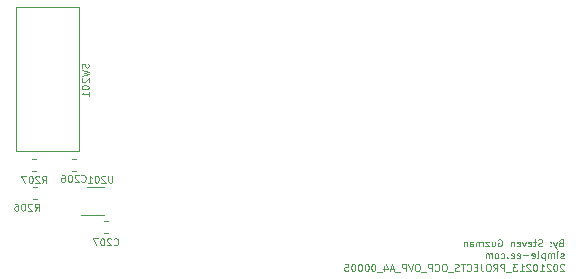
<source format=gbo>
%TF.GenerationSoftware,KiCad,Pcbnew,(5.1.8)-1*%
%TF.CreationDate,2021-02-13T14:21:56-08:00*%
%TF.ProjectId,20190720_Project_OCP-OVP-UVP,32303139-3037-4323-905f-50726f6a6563,A1*%
%TF.SameCoordinates,PX6ff61c0PY8823130*%
%TF.FileFunction,Legend,Bot*%
%TF.FilePolarity,Positive*%
%FSLAX46Y46*%
G04 Gerber Fmt 4.6, Leading zero omitted, Abs format (unit mm)*
G04 Created by KiCad (PCBNEW (5.1.8)-1) date 2021-02-13 14:21:56*
%MOMM*%
%LPD*%
G01*
G04 APERTURE LIST*
%ADD10C,0.100000*%
%ADD11C,0.120000*%
G04 APERTURE END LIST*
D10*
X49342142Y6542858D02*
X49256428Y6514286D01*
X49227857Y6485715D01*
X49199285Y6428572D01*
X49199285Y6342858D01*
X49227857Y6285715D01*
X49256428Y6257143D01*
X49313571Y6228572D01*
X49542142Y6228572D01*
X49542142Y6828572D01*
X49342142Y6828572D01*
X49285000Y6800000D01*
X49256428Y6771429D01*
X49227857Y6714286D01*
X49227857Y6657143D01*
X49256428Y6600000D01*
X49285000Y6571429D01*
X49342142Y6542858D01*
X49542142Y6542858D01*
X48999285Y6628572D02*
X48856428Y6228572D01*
X48713571Y6628572D02*
X48856428Y6228572D01*
X48913571Y6085715D01*
X48942142Y6057143D01*
X48999285Y6028572D01*
X48485000Y6285715D02*
X48456428Y6257143D01*
X48485000Y6228572D01*
X48513571Y6257143D01*
X48485000Y6285715D01*
X48485000Y6228572D01*
X48485000Y6600000D02*
X48456428Y6571429D01*
X48485000Y6542858D01*
X48513571Y6571429D01*
X48485000Y6600000D01*
X48485000Y6542858D01*
X47770714Y6257143D02*
X47685000Y6228572D01*
X47542142Y6228572D01*
X47485000Y6257143D01*
X47456428Y6285715D01*
X47427857Y6342858D01*
X47427857Y6400000D01*
X47456428Y6457143D01*
X47485000Y6485715D01*
X47542142Y6514286D01*
X47656428Y6542858D01*
X47713571Y6571429D01*
X47742142Y6600000D01*
X47770714Y6657143D01*
X47770714Y6714286D01*
X47742142Y6771429D01*
X47713571Y6800000D01*
X47656428Y6828572D01*
X47513571Y6828572D01*
X47427857Y6800000D01*
X47256428Y6628572D02*
X47027857Y6628572D01*
X47170714Y6828572D02*
X47170714Y6314286D01*
X47142142Y6257143D01*
X47085000Y6228572D01*
X47027857Y6228572D01*
X46599285Y6257143D02*
X46656428Y6228572D01*
X46770714Y6228572D01*
X46827857Y6257143D01*
X46856428Y6314286D01*
X46856428Y6542858D01*
X46827857Y6600000D01*
X46770714Y6628572D01*
X46656428Y6628572D01*
X46599285Y6600000D01*
X46570714Y6542858D01*
X46570714Y6485715D01*
X46856428Y6428572D01*
X46370714Y6628572D02*
X46227857Y6228572D01*
X46085000Y6628572D01*
X45627857Y6257143D02*
X45685000Y6228572D01*
X45799285Y6228572D01*
X45856428Y6257143D01*
X45885000Y6314286D01*
X45885000Y6542858D01*
X45856428Y6600000D01*
X45799285Y6628572D01*
X45685000Y6628572D01*
X45627857Y6600000D01*
X45599285Y6542858D01*
X45599285Y6485715D01*
X45885000Y6428572D01*
X45342142Y6628572D02*
X45342142Y6228572D01*
X45342142Y6571429D02*
X45313571Y6600000D01*
X45256428Y6628572D01*
X45170714Y6628572D01*
X45113571Y6600000D01*
X45085000Y6542858D01*
X45085000Y6228572D01*
X44027857Y6800000D02*
X44085000Y6828572D01*
X44170714Y6828572D01*
X44256428Y6800000D01*
X44313571Y6742858D01*
X44342142Y6685715D01*
X44370714Y6571429D01*
X44370714Y6485715D01*
X44342142Y6371429D01*
X44313571Y6314286D01*
X44256428Y6257143D01*
X44170714Y6228572D01*
X44113571Y6228572D01*
X44027857Y6257143D01*
X43999285Y6285715D01*
X43999285Y6485715D01*
X44113571Y6485715D01*
X43485000Y6628572D02*
X43485000Y6228572D01*
X43742142Y6628572D02*
X43742142Y6314286D01*
X43713571Y6257143D01*
X43656428Y6228572D01*
X43570714Y6228572D01*
X43513571Y6257143D01*
X43485000Y6285715D01*
X43256428Y6628572D02*
X42942142Y6628572D01*
X43256428Y6228572D01*
X42942142Y6228572D01*
X42713571Y6228572D02*
X42713571Y6628572D01*
X42713571Y6571429D02*
X42685000Y6600000D01*
X42627857Y6628572D01*
X42542142Y6628572D01*
X42485000Y6600000D01*
X42456428Y6542858D01*
X42456428Y6228572D01*
X42456428Y6542858D02*
X42427857Y6600000D01*
X42370714Y6628572D01*
X42285000Y6628572D01*
X42227857Y6600000D01*
X42199285Y6542858D01*
X42199285Y6228572D01*
X41656428Y6228572D02*
X41656428Y6542858D01*
X41685000Y6600000D01*
X41742142Y6628572D01*
X41856428Y6628572D01*
X41913571Y6600000D01*
X41656428Y6257143D02*
X41713571Y6228572D01*
X41856428Y6228572D01*
X41913571Y6257143D01*
X41942142Y6314286D01*
X41942142Y6371429D01*
X41913571Y6428572D01*
X41856428Y6457143D01*
X41713571Y6457143D01*
X41656428Y6485715D01*
X41370714Y6628572D02*
X41370714Y6228572D01*
X41370714Y6571429D02*
X41342142Y6600000D01*
X41285000Y6628572D01*
X41199285Y6628572D01*
X41142142Y6600000D01*
X41113571Y6542858D01*
X41113571Y6228572D01*
X49570714Y5257143D02*
X49513571Y5228572D01*
X49399285Y5228572D01*
X49342142Y5257143D01*
X49313571Y5314286D01*
X49313571Y5342858D01*
X49342142Y5400000D01*
X49399285Y5428572D01*
X49485000Y5428572D01*
X49542142Y5457143D01*
X49570714Y5514286D01*
X49570714Y5542858D01*
X49542142Y5600000D01*
X49485000Y5628572D01*
X49399285Y5628572D01*
X49342142Y5600000D01*
X49056428Y5228572D02*
X49056428Y5628572D01*
X49056428Y5828572D02*
X49085000Y5800000D01*
X49056428Y5771429D01*
X49027857Y5800000D01*
X49056428Y5828572D01*
X49056428Y5771429D01*
X48770714Y5228572D02*
X48770714Y5628572D01*
X48770714Y5571429D02*
X48742142Y5600000D01*
X48685000Y5628572D01*
X48599285Y5628572D01*
X48542142Y5600000D01*
X48513571Y5542858D01*
X48513571Y5228572D01*
X48513571Y5542858D02*
X48485000Y5600000D01*
X48427857Y5628572D01*
X48342142Y5628572D01*
X48285000Y5600000D01*
X48256428Y5542858D01*
X48256428Y5228572D01*
X47970714Y5628572D02*
X47970714Y5028572D01*
X47970714Y5600000D02*
X47913571Y5628572D01*
X47799285Y5628572D01*
X47742142Y5600000D01*
X47713571Y5571429D01*
X47685000Y5514286D01*
X47685000Y5342858D01*
X47713571Y5285715D01*
X47742142Y5257143D01*
X47799285Y5228572D01*
X47913571Y5228572D01*
X47970714Y5257143D01*
X47342142Y5228572D02*
X47399285Y5257143D01*
X47427857Y5314286D01*
X47427857Y5828572D01*
X46885000Y5257143D02*
X46942142Y5228572D01*
X47056428Y5228572D01*
X47113571Y5257143D01*
X47142142Y5314286D01*
X47142142Y5542858D01*
X47113571Y5600000D01*
X47056428Y5628572D01*
X46942142Y5628572D01*
X46885000Y5600000D01*
X46856428Y5542858D01*
X46856428Y5485715D01*
X47142142Y5428572D01*
X46599285Y5457143D02*
X46142142Y5457143D01*
X45627857Y5257143D02*
X45685000Y5228572D01*
X45799285Y5228572D01*
X45856428Y5257143D01*
X45885000Y5314286D01*
X45885000Y5542858D01*
X45856428Y5600000D01*
X45799285Y5628572D01*
X45685000Y5628572D01*
X45627857Y5600000D01*
X45599285Y5542858D01*
X45599285Y5485715D01*
X45885000Y5428572D01*
X45113571Y5257143D02*
X45170714Y5228572D01*
X45285000Y5228572D01*
X45342142Y5257143D01*
X45370714Y5314286D01*
X45370714Y5542858D01*
X45342142Y5600000D01*
X45285000Y5628572D01*
X45170714Y5628572D01*
X45113571Y5600000D01*
X45085000Y5542858D01*
X45085000Y5485715D01*
X45370714Y5428572D01*
X44827857Y5285715D02*
X44799285Y5257143D01*
X44827857Y5228572D01*
X44856428Y5257143D01*
X44827857Y5285715D01*
X44827857Y5228572D01*
X44285000Y5257143D02*
X44342142Y5228572D01*
X44456428Y5228572D01*
X44513571Y5257143D01*
X44542142Y5285715D01*
X44570714Y5342858D01*
X44570714Y5514286D01*
X44542142Y5571429D01*
X44513571Y5600000D01*
X44456428Y5628572D01*
X44342142Y5628572D01*
X44285000Y5600000D01*
X43942142Y5228572D02*
X43999285Y5257143D01*
X44027857Y5285715D01*
X44056428Y5342858D01*
X44056428Y5514286D01*
X44027857Y5571429D01*
X43999285Y5600000D01*
X43942142Y5628572D01*
X43856428Y5628572D01*
X43799285Y5600000D01*
X43770714Y5571429D01*
X43742142Y5514286D01*
X43742142Y5342858D01*
X43770714Y5285715D01*
X43799285Y5257143D01*
X43856428Y5228572D01*
X43942142Y5228572D01*
X43485000Y5228572D02*
X43485000Y5628572D01*
X43485000Y5571429D02*
X43456428Y5600000D01*
X43399285Y5628572D01*
X43313571Y5628572D01*
X43256428Y5600000D01*
X43227857Y5542858D01*
X43227857Y5228572D01*
X43227857Y5542858D02*
X43199285Y5600000D01*
X43142142Y5628572D01*
X43056428Y5628572D01*
X42999285Y5600000D01*
X42970714Y5542858D01*
X42970714Y5228572D01*
X49620714Y4671429D02*
X49592142Y4700000D01*
X49535000Y4728572D01*
X49392142Y4728572D01*
X49335000Y4700000D01*
X49306428Y4671429D01*
X49277857Y4614286D01*
X49277857Y4557143D01*
X49306428Y4471429D01*
X49649285Y4128572D01*
X49277857Y4128572D01*
X48906428Y4728572D02*
X48849285Y4728572D01*
X48792142Y4700000D01*
X48763571Y4671429D01*
X48735000Y4614286D01*
X48706428Y4500000D01*
X48706428Y4357143D01*
X48735000Y4242858D01*
X48763571Y4185715D01*
X48792142Y4157143D01*
X48849285Y4128572D01*
X48906428Y4128572D01*
X48963571Y4157143D01*
X48992142Y4185715D01*
X49020714Y4242858D01*
X49049285Y4357143D01*
X49049285Y4500000D01*
X49020714Y4614286D01*
X48992142Y4671429D01*
X48963571Y4700000D01*
X48906428Y4728572D01*
X48477857Y4671429D02*
X48449285Y4700000D01*
X48392142Y4728572D01*
X48249285Y4728572D01*
X48192142Y4700000D01*
X48163571Y4671429D01*
X48135000Y4614286D01*
X48135000Y4557143D01*
X48163571Y4471429D01*
X48506428Y4128572D01*
X48135000Y4128572D01*
X47563571Y4128572D02*
X47906428Y4128572D01*
X47735000Y4128572D02*
X47735000Y4728572D01*
X47792142Y4642858D01*
X47849285Y4585715D01*
X47906428Y4557143D01*
X47192142Y4728572D02*
X47135000Y4728572D01*
X47077857Y4700000D01*
X47049285Y4671429D01*
X47020714Y4614286D01*
X46992142Y4500000D01*
X46992142Y4357143D01*
X47020714Y4242858D01*
X47049285Y4185715D01*
X47077857Y4157143D01*
X47135000Y4128572D01*
X47192142Y4128572D01*
X47249285Y4157143D01*
X47277857Y4185715D01*
X47306428Y4242858D01*
X47335000Y4357143D01*
X47335000Y4500000D01*
X47306428Y4614286D01*
X47277857Y4671429D01*
X47249285Y4700000D01*
X47192142Y4728572D01*
X46763571Y4671429D02*
X46735000Y4700000D01*
X46677857Y4728572D01*
X46535000Y4728572D01*
X46477857Y4700000D01*
X46449285Y4671429D01*
X46420714Y4614286D01*
X46420714Y4557143D01*
X46449285Y4471429D01*
X46792142Y4128572D01*
X46420714Y4128572D01*
X45849285Y4128572D02*
X46192142Y4128572D01*
X46020714Y4128572D02*
X46020714Y4728572D01*
X46077857Y4642858D01*
X46135000Y4585715D01*
X46192142Y4557143D01*
X45649285Y4728572D02*
X45277857Y4728572D01*
X45477857Y4500000D01*
X45392142Y4500000D01*
X45335000Y4471429D01*
X45306428Y4442858D01*
X45277857Y4385715D01*
X45277857Y4242858D01*
X45306428Y4185715D01*
X45335000Y4157143D01*
X45392142Y4128572D01*
X45563571Y4128572D01*
X45620714Y4157143D01*
X45649285Y4185715D01*
X45163571Y4071429D02*
X44706428Y4071429D01*
X44563571Y4128572D02*
X44563571Y4728572D01*
X44335000Y4728572D01*
X44277857Y4700000D01*
X44249285Y4671429D01*
X44220714Y4614286D01*
X44220714Y4528572D01*
X44249285Y4471429D01*
X44277857Y4442858D01*
X44335000Y4414286D01*
X44563571Y4414286D01*
X43620714Y4128572D02*
X43820714Y4414286D01*
X43963571Y4128572D02*
X43963571Y4728572D01*
X43735000Y4728572D01*
X43677857Y4700000D01*
X43649285Y4671429D01*
X43620714Y4614286D01*
X43620714Y4528572D01*
X43649285Y4471429D01*
X43677857Y4442858D01*
X43735000Y4414286D01*
X43963571Y4414286D01*
X43249285Y4728572D02*
X43135000Y4728572D01*
X43077857Y4700000D01*
X43020714Y4642858D01*
X42992142Y4528572D01*
X42992142Y4328572D01*
X43020714Y4214286D01*
X43077857Y4157143D01*
X43135000Y4128572D01*
X43249285Y4128572D01*
X43306428Y4157143D01*
X43363571Y4214286D01*
X43392142Y4328572D01*
X43392142Y4528572D01*
X43363571Y4642858D01*
X43306428Y4700000D01*
X43249285Y4728572D01*
X42563571Y4728572D02*
X42563571Y4300000D01*
X42592142Y4214286D01*
X42649285Y4157143D01*
X42735000Y4128572D01*
X42792142Y4128572D01*
X42277857Y4442858D02*
X42077857Y4442858D01*
X41992142Y4128572D02*
X42277857Y4128572D01*
X42277857Y4728572D01*
X41992142Y4728572D01*
X41392142Y4185715D02*
X41420714Y4157143D01*
X41506428Y4128572D01*
X41563571Y4128572D01*
X41649285Y4157143D01*
X41706428Y4214286D01*
X41735000Y4271429D01*
X41763571Y4385715D01*
X41763571Y4471429D01*
X41735000Y4585715D01*
X41706428Y4642858D01*
X41649285Y4700000D01*
X41563571Y4728572D01*
X41506428Y4728572D01*
X41420714Y4700000D01*
X41392142Y4671429D01*
X41220714Y4728572D02*
X40877857Y4728572D01*
X41049285Y4128572D02*
X41049285Y4728572D01*
X40706428Y4157143D02*
X40620714Y4128572D01*
X40477857Y4128572D01*
X40420714Y4157143D01*
X40392142Y4185715D01*
X40363571Y4242858D01*
X40363571Y4300000D01*
X40392142Y4357143D01*
X40420714Y4385715D01*
X40477857Y4414286D01*
X40592142Y4442858D01*
X40649285Y4471429D01*
X40677857Y4500000D01*
X40706428Y4557143D01*
X40706428Y4614286D01*
X40677857Y4671429D01*
X40649285Y4700000D01*
X40592142Y4728572D01*
X40449285Y4728572D01*
X40363571Y4700000D01*
X40249285Y4071429D02*
X39792142Y4071429D01*
X39535000Y4728572D02*
X39420714Y4728572D01*
X39363571Y4700000D01*
X39306428Y4642858D01*
X39277857Y4528572D01*
X39277857Y4328572D01*
X39306428Y4214286D01*
X39363571Y4157143D01*
X39420714Y4128572D01*
X39535000Y4128572D01*
X39592142Y4157143D01*
X39649285Y4214286D01*
X39677857Y4328572D01*
X39677857Y4528572D01*
X39649285Y4642858D01*
X39592142Y4700000D01*
X39535000Y4728572D01*
X38677857Y4185715D02*
X38706428Y4157143D01*
X38792142Y4128572D01*
X38849285Y4128572D01*
X38935000Y4157143D01*
X38992142Y4214286D01*
X39020714Y4271429D01*
X39049285Y4385715D01*
X39049285Y4471429D01*
X39020714Y4585715D01*
X38992142Y4642858D01*
X38935000Y4700000D01*
X38849285Y4728572D01*
X38792142Y4728572D01*
X38706428Y4700000D01*
X38677857Y4671429D01*
X38420714Y4128572D02*
X38420714Y4728572D01*
X38192142Y4728572D01*
X38135000Y4700000D01*
X38106428Y4671429D01*
X38077857Y4614286D01*
X38077857Y4528572D01*
X38106428Y4471429D01*
X38135000Y4442858D01*
X38192142Y4414286D01*
X38420714Y4414286D01*
X37963571Y4071429D02*
X37506428Y4071429D01*
X37249285Y4728572D02*
X37135000Y4728572D01*
X37077857Y4700000D01*
X37020714Y4642858D01*
X36992142Y4528572D01*
X36992142Y4328572D01*
X37020714Y4214286D01*
X37077857Y4157143D01*
X37135000Y4128572D01*
X37249285Y4128572D01*
X37306428Y4157143D01*
X37363571Y4214286D01*
X37392142Y4328572D01*
X37392142Y4528572D01*
X37363571Y4642858D01*
X37306428Y4700000D01*
X37249285Y4728572D01*
X36820714Y4728572D02*
X36620714Y4128572D01*
X36420714Y4728572D01*
X36220714Y4128572D02*
X36220714Y4728572D01*
X35992142Y4728572D01*
X35935000Y4700000D01*
X35906428Y4671429D01*
X35877857Y4614286D01*
X35877857Y4528572D01*
X35906428Y4471429D01*
X35935000Y4442858D01*
X35992142Y4414286D01*
X36220714Y4414286D01*
X35763571Y4071429D02*
X35306428Y4071429D01*
X35192142Y4300000D02*
X34906428Y4300000D01*
X35249285Y4128572D02*
X35049285Y4728572D01*
X34849285Y4128572D01*
X34392142Y4528572D02*
X34392142Y4128572D01*
X34535000Y4757143D02*
X34677857Y4328572D01*
X34306428Y4328572D01*
X34220714Y4071429D02*
X33763571Y4071429D01*
X33506428Y4728572D02*
X33449285Y4728572D01*
X33392142Y4700000D01*
X33363571Y4671429D01*
X33335000Y4614286D01*
X33306428Y4500000D01*
X33306428Y4357143D01*
X33335000Y4242858D01*
X33363571Y4185715D01*
X33392142Y4157143D01*
X33449285Y4128572D01*
X33506428Y4128572D01*
X33563571Y4157143D01*
X33592142Y4185715D01*
X33620714Y4242858D01*
X33649285Y4357143D01*
X33649285Y4500000D01*
X33620714Y4614286D01*
X33592142Y4671429D01*
X33563571Y4700000D01*
X33506428Y4728572D01*
X32935000Y4728572D02*
X32877857Y4728572D01*
X32820714Y4700000D01*
X32792142Y4671429D01*
X32763571Y4614286D01*
X32735000Y4500000D01*
X32735000Y4357143D01*
X32763571Y4242858D01*
X32792142Y4185715D01*
X32820714Y4157143D01*
X32877857Y4128572D01*
X32935000Y4128572D01*
X32992142Y4157143D01*
X33020714Y4185715D01*
X33049285Y4242858D01*
X33077857Y4357143D01*
X33077857Y4500000D01*
X33049285Y4614286D01*
X33020714Y4671429D01*
X32992142Y4700000D01*
X32935000Y4728572D01*
X32363571Y4728572D02*
X32306428Y4728572D01*
X32249285Y4700000D01*
X32220714Y4671429D01*
X32192142Y4614286D01*
X32163571Y4500000D01*
X32163571Y4357143D01*
X32192142Y4242858D01*
X32220714Y4185715D01*
X32249285Y4157143D01*
X32306428Y4128572D01*
X32363571Y4128572D01*
X32420714Y4157143D01*
X32449285Y4185715D01*
X32477857Y4242858D01*
X32506428Y4357143D01*
X32506428Y4500000D01*
X32477857Y4614286D01*
X32449285Y4671429D01*
X32420714Y4700000D01*
X32363571Y4728572D01*
X31792142Y4728572D02*
X31735000Y4728572D01*
X31677857Y4700000D01*
X31649285Y4671429D01*
X31620714Y4614286D01*
X31592142Y4500000D01*
X31592142Y4357143D01*
X31620714Y4242858D01*
X31649285Y4185715D01*
X31677857Y4157143D01*
X31735000Y4128572D01*
X31792142Y4128572D01*
X31849285Y4157143D01*
X31877857Y4185715D01*
X31906428Y4242858D01*
X31935000Y4357143D01*
X31935000Y4500000D01*
X31906428Y4614286D01*
X31877857Y4671429D01*
X31849285Y4700000D01*
X31792142Y4728572D01*
X31049285Y4728572D02*
X31335000Y4728572D01*
X31363571Y4442858D01*
X31335000Y4471429D01*
X31277857Y4500000D01*
X31135000Y4500000D01*
X31077857Y4471429D01*
X31049285Y4442858D01*
X31020714Y4385715D01*
X31020714Y4242858D01*
X31049285Y4185715D01*
X31077857Y4157143D01*
X31135000Y4128572D01*
X31277857Y4128572D01*
X31335000Y4157143D01*
X31363571Y4185715D01*
D11*
X8271267Y12615000D02*
X7928733Y12615000D01*
X8271267Y13635000D02*
X7928733Y13635000D01*
X10653733Y7315000D02*
X10996267Y7315000D01*
X10653733Y8335000D02*
X10996267Y8335000D01*
X4971267Y11210000D02*
X4628733Y11210000D01*
X4971267Y10190000D02*
X4628733Y10190000D01*
X4921267Y12615000D02*
X4578733Y12615000D01*
X4921267Y13635000D02*
X4578733Y13635000D01*
X8575000Y14300000D02*
X3175000Y14300000D01*
X3175000Y14300000D02*
X3175000Y16400000D01*
X3175000Y16400000D02*
X3175000Y26500000D01*
X3175000Y26500000D02*
X8575000Y26500000D01*
X8575000Y26500000D02*
X8575000Y14300000D01*
X9225000Y11210000D02*
X10625000Y11210000D01*
X10625000Y8890000D02*
X8725000Y8890000D01*
D10*
X8746428Y11735715D02*
X8775000Y11707143D01*
X8860714Y11678572D01*
X8917857Y11678572D01*
X9003571Y11707143D01*
X9060714Y11764286D01*
X9089285Y11821429D01*
X9117857Y11935715D01*
X9117857Y12021429D01*
X9089285Y12135715D01*
X9060714Y12192858D01*
X9003571Y12250000D01*
X8917857Y12278572D01*
X8860714Y12278572D01*
X8775000Y12250000D01*
X8746428Y12221429D01*
X8517857Y12221429D02*
X8489285Y12250000D01*
X8432142Y12278572D01*
X8289285Y12278572D01*
X8232142Y12250000D01*
X8203571Y12221429D01*
X8175000Y12164286D01*
X8175000Y12107143D01*
X8203571Y12021429D01*
X8546428Y11678572D01*
X8175000Y11678572D01*
X7803571Y12278572D02*
X7746428Y12278572D01*
X7689285Y12250000D01*
X7660714Y12221429D01*
X7632142Y12164286D01*
X7603571Y12050000D01*
X7603571Y11907143D01*
X7632142Y11792858D01*
X7660714Y11735715D01*
X7689285Y11707143D01*
X7746428Y11678572D01*
X7803571Y11678572D01*
X7860714Y11707143D01*
X7889285Y11735715D01*
X7917857Y11792858D01*
X7946428Y11907143D01*
X7946428Y12050000D01*
X7917857Y12164286D01*
X7889285Y12221429D01*
X7860714Y12250000D01*
X7803571Y12278572D01*
X7089285Y12278572D02*
X7203571Y12278572D01*
X7260714Y12250000D01*
X7289285Y12221429D01*
X7346428Y12135715D01*
X7375000Y12021429D01*
X7375000Y11792858D01*
X7346428Y11735715D01*
X7317857Y11707143D01*
X7260714Y11678572D01*
X7146428Y11678572D01*
X7089285Y11707143D01*
X7060714Y11735715D01*
X7032142Y11792858D01*
X7032142Y11935715D01*
X7060714Y11992858D01*
X7089285Y12021429D01*
X7146428Y12050000D01*
X7260714Y12050000D01*
X7317857Y12021429D01*
X7346428Y11992858D01*
X7375000Y11935715D01*
X11496428Y6360715D02*
X11525000Y6332143D01*
X11610714Y6303572D01*
X11667857Y6303572D01*
X11753571Y6332143D01*
X11810714Y6389286D01*
X11839285Y6446429D01*
X11867857Y6560715D01*
X11867857Y6646429D01*
X11839285Y6760715D01*
X11810714Y6817858D01*
X11753571Y6875000D01*
X11667857Y6903572D01*
X11610714Y6903572D01*
X11525000Y6875000D01*
X11496428Y6846429D01*
X11267857Y6846429D02*
X11239285Y6875000D01*
X11182142Y6903572D01*
X11039285Y6903572D01*
X10982142Y6875000D01*
X10953571Y6846429D01*
X10925000Y6789286D01*
X10925000Y6732143D01*
X10953571Y6646429D01*
X11296428Y6303572D01*
X10925000Y6303572D01*
X10553571Y6903572D02*
X10496428Y6903572D01*
X10439285Y6875000D01*
X10410714Y6846429D01*
X10382142Y6789286D01*
X10353571Y6675000D01*
X10353571Y6532143D01*
X10382142Y6417858D01*
X10410714Y6360715D01*
X10439285Y6332143D01*
X10496428Y6303572D01*
X10553571Y6303572D01*
X10610714Y6332143D01*
X10639285Y6360715D01*
X10667857Y6417858D01*
X10696428Y6532143D01*
X10696428Y6675000D01*
X10667857Y6789286D01*
X10639285Y6846429D01*
X10610714Y6875000D01*
X10553571Y6903572D01*
X10153571Y6903572D02*
X9753571Y6903572D01*
X10010714Y6303572D01*
X4791428Y9238572D02*
X4991428Y9524286D01*
X5134285Y9238572D02*
X5134285Y9838572D01*
X4905714Y9838572D01*
X4848571Y9810000D01*
X4820000Y9781429D01*
X4791428Y9724286D01*
X4791428Y9638572D01*
X4820000Y9581429D01*
X4848571Y9552858D01*
X4905714Y9524286D01*
X5134285Y9524286D01*
X4562857Y9781429D02*
X4534285Y9810000D01*
X4477142Y9838572D01*
X4334285Y9838572D01*
X4277142Y9810000D01*
X4248571Y9781429D01*
X4220000Y9724286D01*
X4220000Y9667143D01*
X4248571Y9581429D01*
X4591428Y9238572D01*
X4220000Y9238572D01*
X3848571Y9838572D02*
X3791428Y9838572D01*
X3734285Y9810000D01*
X3705714Y9781429D01*
X3677142Y9724286D01*
X3648571Y9610000D01*
X3648571Y9467143D01*
X3677142Y9352858D01*
X3705714Y9295715D01*
X3734285Y9267143D01*
X3791428Y9238572D01*
X3848571Y9238572D01*
X3905714Y9267143D01*
X3934285Y9295715D01*
X3962857Y9352858D01*
X3991428Y9467143D01*
X3991428Y9610000D01*
X3962857Y9724286D01*
X3934285Y9781429D01*
X3905714Y9810000D01*
X3848571Y9838572D01*
X3134285Y9838572D02*
X3248571Y9838572D01*
X3305714Y9810000D01*
X3334285Y9781429D01*
X3391428Y9695715D01*
X3420000Y9581429D01*
X3420000Y9352858D01*
X3391428Y9295715D01*
X3362857Y9267143D01*
X3305714Y9238572D01*
X3191428Y9238572D01*
X3134285Y9267143D01*
X3105714Y9295715D01*
X3077142Y9352858D01*
X3077142Y9495715D01*
X3105714Y9552858D01*
X3134285Y9581429D01*
X3191428Y9610000D01*
X3305714Y9610000D01*
X3362857Y9581429D01*
X3391428Y9552858D01*
X3420000Y9495715D01*
X5421428Y11578572D02*
X5621428Y11864286D01*
X5764285Y11578572D02*
X5764285Y12178572D01*
X5535714Y12178572D01*
X5478571Y12150000D01*
X5450000Y12121429D01*
X5421428Y12064286D01*
X5421428Y11978572D01*
X5450000Y11921429D01*
X5478571Y11892858D01*
X5535714Y11864286D01*
X5764285Y11864286D01*
X5192857Y12121429D02*
X5164285Y12150000D01*
X5107142Y12178572D01*
X4964285Y12178572D01*
X4907142Y12150000D01*
X4878571Y12121429D01*
X4850000Y12064286D01*
X4850000Y12007143D01*
X4878571Y11921429D01*
X5221428Y11578572D01*
X4850000Y11578572D01*
X4478571Y12178572D02*
X4421428Y12178572D01*
X4364285Y12150000D01*
X4335714Y12121429D01*
X4307142Y12064286D01*
X4278571Y11950000D01*
X4278571Y11807143D01*
X4307142Y11692858D01*
X4335714Y11635715D01*
X4364285Y11607143D01*
X4421428Y11578572D01*
X4478571Y11578572D01*
X4535714Y11607143D01*
X4564285Y11635715D01*
X4592857Y11692858D01*
X4621428Y11807143D01*
X4621428Y11950000D01*
X4592857Y12064286D01*
X4564285Y12121429D01*
X4535714Y12150000D01*
X4478571Y12178572D01*
X4078571Y12178572D02*
X3678571Y12178572D01*
X3935714Y11578572D01*
X9342857Y21696429D02*
X9371428Y21610715D01*
X9371428Y21467858D01*
X9342857Y21410715D01*
X9314285Y21382143D01*
X9257142Y21353572D01*
X9200000Y21353572D01*
X9142857Y21382143D01*
X9114285Y21410715D01*
X9085714Y21467858D01*
X9057142Y21582143D01*
X9028571Y21639286D01*
X9000000Y21667858D01*
X8942857Y21696429D01*
X8885714Y21696429D01*
X8828571Y21667858D01*
X8800000Y21639286D01*
X8771428Y21582143D01*
X8771428Y21439286D01*
X8800000Y21353572D01*
X8771428Y21153572D02*
X9371428Y21010715D01*
X8942857Y20896429D01*
X9371428Y20782143D01*
X8771428Y20639286D01*
X8828571Y20439286D02*
X8800000Y20410715D01*
X8771428Y20353572D01*
X8771428Y20210715D01*
X8800000Y20153572D01*
X8828571Y20125000D01*
X8885714Y20096429D01*
X8942857Y20096429D01*
X9028571Y20125000D01*
X9371428Y20467858D01*
X9371428Y20096429D01*
X8771428Y19725000D02*
X8771428Y19667858D01*
X8800000Y19610715D01*
X8828571Y19582143D01*
X8885714Y19553572D01*
X9000000Y19525000D01*
X9142857Y19525000D01*
X9257142Y19553572D01*
X9314285Y19582143D01*
X9342857Y19610715D01*
X9371428Y19667858D01*
X9371428Y19725000D01*
X9342857Y19782143D01*
X9314285Y19810715D01*
X9257142Y19839286D01*
X9142857Y19867858D01*
X9000000Y19867858D01*
X8885714Y19839286D01*
X8828571Y19810715D01*
X8800000Y19782143D01*
X8771428Y19725000D01*
X9371428Y18953572D02*
X9371428Y19296429D01*
X9371428Y19125000D02*
X8771428Y19125000D01*
X8857142Y19182143D01*
X8914285Y19239286D01*
X8942857Y19296429D01*
X11378571Y12203572D02*
X11378571Y11717858D01*
X11350000Y11660715D01*
X11321428Y11632143D01*
X11264285Y11603572D01*
X11150000Y11603572D01*
X11092857Y11632143D01*
X11064285Y11660715D01*
X11035714Y11717858D01*
X11035714Y12203572D01*
X10778571Y12146429D02*
X10750000Y12175000D01*
X10692857Y12203572D01*
X10550000Y12203572D01*
X10492857Y12175000D01*
X10464285Y12146429D01*
X10435714Y12089286D01*
X10435714Y12032143D01*
X10464285Y11946429D01*
X10807142Y11603572D01*
X10435714Y11603572D01*
X10064285Y12203572D02*
X10007142Y12203572D01*
X9950000Y12175000D01*
X9921428Y12146429D01*
X9892857Y12089286D01*
X9864285Y11975000D01*
X9864285Y11832143D01*
X9892857Y11717858D01*
X9921428Y11660715D01*
X9950000Y11632143D01*
X10007142Y11603572D01*
X10064285Y11603572D01*
X10121428Y11632143D01*
X10150000Y11660715D01*
X10178571Y11717858D01*
X10207142Y11832143D01*
X10207142Y11975000D01*
X10178571Y12089286D01*
X10150000Y12146429D01*
X10121428Y12175000D01*
X10064285Y12203572D01*
X9292857Y11603572D02*
X9635714Y11603572D01*
X9464285Y11603572D02*
X9464285Y12203572D01*
X9521428Y12117858D01*
X9578571Y12060715D01*
X9635714Y12032143D01*
M02*

</source>
